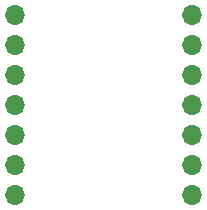
<source format=gbl>
%TF.GenerationSoftware,KiCad,Pcbnew,(5.1.9)-1*%
%TF.CreationDate,2021-08-22T22:08:54+09:00*%
%TF.ProjectId,negcon_converter,6e656763-6f6e-45f6-936f-6e7665727465,rev?*%
%TF.SameCoordinates,Original*%
%TF.FileFunction,Copper,L2,Bot*%
%TF.FilePolarity,Positive*%
%FSLAX46Y46*%
G04 Gerber Fmt 4.6, Leading zero omitted, Abs format (unit mm)*
G04 Created by KiCad (PCBNEW (5.1.9)-1) date 2021-08-22 22:08:54*
%MOMM*%
%LPD*%
G01*
G04 APERTURE LIST*
%TA.AperFunction,ComponentPad*%
%ADD10O,1.700000X1.700000*%
%TD*%
G04 APERTURE END LIST*
D10*
%TO.P,REF\u002A\u002A,7*%
%TO.N,N/C*%
X117500000Y-106240000D03*
%TO.P,REF\u002A\u002A,6*%
X117500000Y-103700000D03*
%TO.P,REF\u002A\u002A,5*%
X117500000Y-101160000D03*
%TO.P,REF\u002A\u002A,4*%
X117500000Y-98620000D03*
%TO.P,REF\u002A\u002A,3*%
X117500000Y-96080000D03*
%TO.P,REF\u002A\u002A,2*%
X117500000Y-93540000D03*
%TO.P,REF\u002A\u002A,1*%
X117500000Y-91000000D03*
%TD*%
%TO.P,REF\u002A\u002A,8*%
%TO.N,N/C*%
X102500000Y-106240000D03*
%TO.P,REF\u002A\u002A,9*%
X102500000Y-103700000D03*
%TO.P,REF\u002A\u002A,10*%
X102500000Y-101160000D03*
%TO.P,REF\u002A\u002A,11*%
X102500000Y-98620000D03*
%TO.P,REF\u002A\u002A,12*%
X102500000Y-96080000D03*
%TO.P,REF\u002A\u002A,13*%
X102500000Y-93540000D03*
%TO.P,REF\u002A\u002A,14*%
X102500000Y-91000000D03*
%TD*%
M02*

</source>
